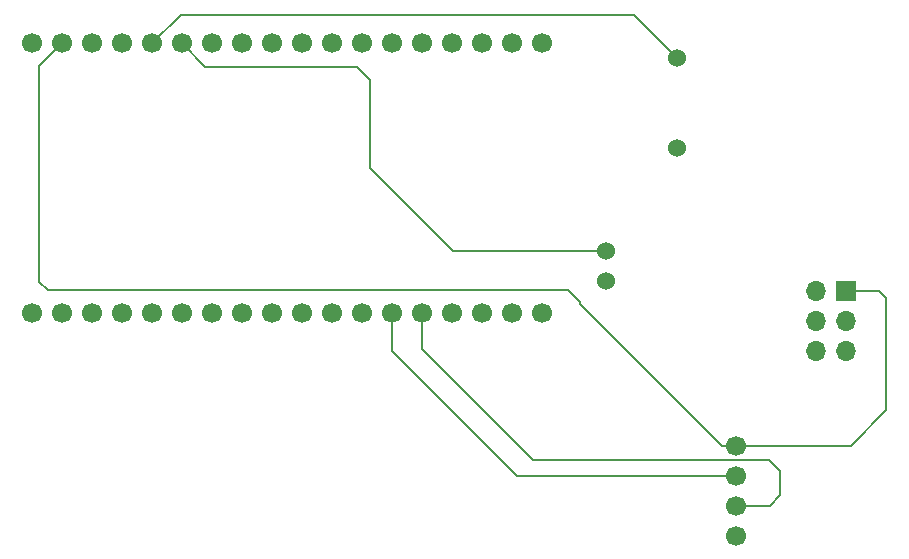
<source format=gbr>
%TF.GenerationSoftware,KiCad,Pcbnew,8.0.4*%
%TF.CreationDate,2024-12-05T13:36:44-08:00*%
%TF.ProjectId,DC33_Cnet_Badge_Main,44433333-5f43-46e6-9574-5f4261646765,rev?*%
%TF.SameCoordinates,Original*%
%TF.FileFunction,Copper,L1,Top*%
%TF.FilePolarity,Positive*%
%FSLAX46Y46*%
G04 Gerber Fmt 4.6, Leading zero omitted, Abs format (unit mm)*
G04 Created by KiCad (PCBNEW 8.0.4) date 2024-12-05 13:36:44*
%MOMM*%
%LPD*%
G01*
G04 APERTURE LIST*
%TA.AperFunction,ComponentPad*%
%ADD10C,1.524000*%
%TD*%
%TA.AperFunction,ComponentPad*%
%ADD11O,1.700000X1.700000*%
%TD*%
%TA.AperFunction,ComponentPad*%
%ADD12R,1.700000X1.700000*%
%TD*%
%TA.AperFunction,ComponentPad*%
%ADD13C,1.700000*%
%TD*%
%TA.AperFunction,Conductor*%
%ADD14C,0.200000*%
%TD*%
G04 APERTURE END LIST*
D10*
%TO.P,VIBRA1,2,NEG*%
%TO.N,GND*%
X172500000Y-76770000D03*
%TO.P,VIBRA1,1,POS*%
%TO.N,Net-(U1-GPIO45)*%
X172500000Y-74230000D03*
%TD*%
D11*
%TO.P,J1,6,GPIO2*%
%TO.N,unconnected-(J1-GPIO2-Pad6)*%
X190260000Y-82700000D03*
%TO.P,J1,5,GPIO1*%
%TO.N,unconnected-(J1-GPIO1-Pad5)*%
X192800000Y-82700000D03*
%TO.P,J1,4,SCL*%
%TO.N,unconnected-(J1-SCL-Pad4)*%
X190260000Y-80160000D03*
%TO.P,J1,3,SDA*%
%TO.N,unconnected-(J1-SDA-Pad3)*%
X192800000Y-80160000D03*
%TO.P,J1,2,GND*%
%TO.N,GND*%
X190260000Y-77620000D03*
D12*
%TO.P,J1,1,+3.3V*%
%TO.N,3V3*%
X192800000Y-77620000D03*
%TD*%
D10*
%TO.P,BUZZ1,1,POS*%
%TO.N,Net-(BUZZ1-POS)*%
X178500000Y-57880000D03*
%TO.P,BUZZ1,2,NEG*%
%TO.N,GND*%
X178500000Y-65500000D03*
%TD*%
D13*
%TO.P,U1,1,GND*%
%TO.N,GND*%
X123860000Y-79500000D03*
%TO.P,U1,2,5V*%
%TO.N,unconnected-(U1-5V-Pad2)*%
X126400000Y-79500000D03*
%TO.P,U1,3,Ve*%
%TO.N,unconnected-(U1-Ve-Pad3)*%
X128940000Y-79500000D03*
%TO.P,U1,4,Ve*%
%TO.N,unconnected-(U1-Ve-Pad4)*%
X131480000Y-79500000D03*
%TO.P,U1,5,RX*%
%TO.N,unconnected-(U1-RX-Pad5)*%
X134020000Y-79500000D03*
%TO.P,U1,6,TX*%
%TO.N,unconnected-(U1-TX-Pad6)*%
X136560000Y-79500000D03*
%TO.P,U1,7,RST*%
%TO.N,unconnected-(U1-RST-Pad7)*%
X139100000Y-79500000D03*
%TO.P,U1,8,GPIO0*%
%TO.N,unconnected-(U1-GPIO0-Pad8)*%
X141640000Y-79500000D03*
%TO.P,U1,9,GPIO36*%
%TO.N,unconnected-(U1-GPIO36-Pad9)*%
X144180000Y-79500000D03*
%TO.P,U1,10,GPIO35*%
%TO.N,unconnected-(U1-GPIO35-Pad10)*%
X146720000Y-79500000D03*
%TO.P,U1,11,GPIO34*%
%TO.N,unconnected-(U1-GPIO34-Pad11)*%
X149260000Y-79500000D03*
%TO.P,U1,12,GPIO33*%
%TO.N,unconnected-(U1-GPIO33-Pad12)*%
X151800000Y-79500000D03*
%TO.P,U1,13,GPIO47*%
%TO.N,Net-(GPS1-RX)*%
X154340000Y-79500000D03*
%TO.P,U1,14,GPIO48*%
%TO.N,Net-(GPS1-TX)*%
X156880000Y-79500000D03*
%TO.P,U1,15,GPIO26*%
%TO.N,unconnected-(U1-GPIO26-Pad15)*%
X159420000Y-79500000D03*
%TO.P,U1,16,GPIO21*%
%TO.N,unconnected-(U1-GPIO21-Pad16)*%
X161960000Y-79500000D03*
%TO.P,U1,17,GPIO20*%
%TO.N,unconnected-(U1-GPIO20-Pad17)*%
X164500000Y-79500000D03*
%TO.P,U1,18,GPIO19*%
%TO.N,unconnected-(U1-GPIO19-Pad18)*%
X167040000Y-79500000D03*
%TO.P,U1,19,GPIO7*%
%TO.N,unconnected-(U1-GPIO7-Pad19)*%
X167040000Y-56640000D03*
%TO.P,U1,20,GPIO6*%
%TO.N,unconnected-(U1-GPIO6-Pad20)*%
X164500000Y-56640000D03*
%TO.P,U1,21,GPIO5*%
%TO.N,unconnected-(U1-GPIO5-Pad21)*%
X161960000Y-56640000D03*
%TO.P,U1,22,GPIO4*%
%TO.N,unconnected-(U1-GPIO4-Pad22)*%
X159420000Y-56640000D03*
%TO.P,U1,23,GPIO3*%
%TO.N,unconnected-(U1-GPIO3-Pad23)*%
X156880000Y-56640000D03*
%TO.P,U1,24,GPIO2*%
%TO.N,unconnected-(U1-GPIO2-Pad24)*%
X154340000Y-56640000D03*
%TO.P,U1,25,GPIO1*%
%TO.N,unconnected-(U1-GPIO1-Pad25)*%
X151800000Y-56640000D03*
%TO.P,U1,26,GPIO38*%
%TO.N,unconnected-(U1-GPIO38-Pad26)*%
X149260000Y-56640000D03*
%TO.P,U1,27,GPIO39*%
%TO.N,unconnected-(U1-GPIO39-Pad27)*%
X146720000Y-56640000D03*
%TO.P,U1,28,GPIO40*%
%TO.N,unconnected-(U1-GPIO40-Pad28)*%
X144180000Y-56640000D03*
%TO.P,U1,29,GPIO41*%
%TO.N,unconnected-(U1-GPIO41-Pad29)*%
X141640000Y-56640000D03*
%TO.P,U1,30,GPIO42*%
%TO.N,unconnected-(U1-GPIO42-Pad30)*%
X139100000Y-56640000D03*
%TO.P,U1,31,GPIO45*%
%TO.N,Net-(U1-GPIO45)*%
X136560000Y-56640000D03*
%TO.P,U1,32,GPIO46*%
%TO.N,Net-(BUZZ1-POS)*%
X134020000Y-56640000D03*
%TO.P,U1,33,GPIO37*%
%TO.N,unconnected-(U1-GPIO37-Pad33)*%
X131480000Y-56640000D03*
%TO.P,U1,34,3V3*%
%TO.N,unconnected-(U1-3V3-Pad34)*%
X128940000Y-56640000D03*
%TO.P,U1,35,3V3*%
%TO.N,3V3*%
X126400000Y-56640000D03*
%TO.P,U1,36,GND*%
%TO.N,unconnected-(U1-GND-Pad36)*%
X123860000Y-56640000D03*
%TD*%
%TO.P,GPS1,1,VCC*%
%TO.N,3V3*%
X183510000Y-90690000D03*
%TO.P,GPS1,2,RX*%
%TO.N,Net-(GPS1-RX)*%
X183510000Y-93230000D03*
%TO.P,GPS1,3,TX*%
%TO.N,Net-(GPS1-TX)*%
X183510000Y-95770000D03*
%TO.P,GPS1,4,GND*%
%TO.N,GND*%
X183510000Y-98310000D03*
%TD*%
D14*
%TO.N,Net-(GPS1-TX)*%
X156880000Y-82480000D02*
X156880000Y-79500000D01*
X166300000Y-91900000D02*
X156880000Y-82480000D01*
X186300000Y-91900000D02*
X166300000Y-91900000D01*
X187200000Y-92800000D02*
X186300000Y-91900000D01*
X186330000Y-95770000D02*
X187200000Y-94900000D01*
X187200000Y-94900000D02*
X187200000Y-92800000D01*
X183510000Y-95770000D02*
X186330000Y-95770000D01*
%TO.N,Net-(GPS1-RX)*%
X154340000Y-82640000D02*
X154340000Y-79500000D01*
X164930000Y-93230000D02*
X154340000Y-82640000D01*
X183510000Y-93230000D02*
X164930000Y-93230000D01*
%TO.N,Net-(U1-GPIO45)*%
X151400000Y-58600000D02*
X138520000Y-58600000D01*
X138520000Y-58600000D02*
X136560000Y-56640000D01*
X152500000Y-59700000D02*
X151400000Y-58600000D01*
X152500000Y-67200000D02*
X152500000Y-59700000D01*
X172500000Y-74230000D02*
X159530000Y-74230000D01*
X159530000Y-74230000D02*
X152500000Y-67200000D01*
%TO.N,3V3*%
X182290000Y-90690000D02*
X183510000Y-90690000D01*
X170300000Y-78700000D02*
X182290000Y-90690000D01*
X124500000Y-76800000D02*
X125200000Y-77500000D01*
X169300000Y-77500000D02*
X170300000Y-78500000D01*
X125200000Y-77500000D02*
X169300000Y-77500000D01*
X124500000Y-58540000D02*
X124500000Y-76800000D01*
X170300000Y-78500000D02*
X170300000Y-78700000D01*
X126400000Y-56640000D02*
X124500000Y-58540000D01*
%TO.N,Net-(BUZZ1-POS)*%
X136460000Y-54200000D02*
X134020000Y-56640000D01*
X178500000Y-57880000D02*
X174820000Y-54200000D01*
X174820000Y-54200000D02*
X136460000Y-54200000D01*
%TO.N,3V3*%
X195580000Y-77620000D02*
X192800000Y-77620000D01*
X195600000Y-77600000D02*
X195580000Y-77620000D01*
X196200000Y-87700000D02*
X196200000Y-78200000D01*
X193210000Y-90690000D02*
X196200000Y-87700000D01*
X196200000Y-78200000D02*
X195600000Y-77600000D01*
X183510000Y-90690000D02*
X193210000Y-90690000D01*
%TD*%
M02*

</source>
